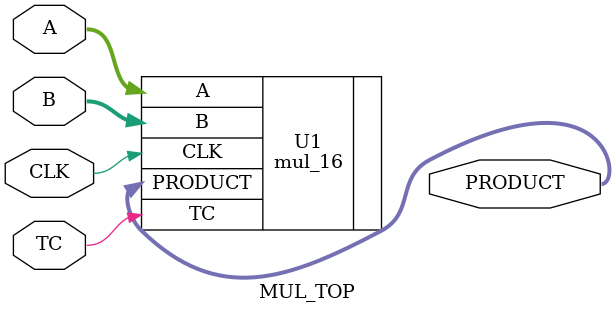
<source format=v>
`timescale 1ns / 1ps


module MUL_TOP( A, B, TC,
CLK, PRODUCT );
//parameter A_width = 16;
//parameter B_width = 16;
input [15 : 0] A;
input [15 : 0] B;
input TC;
input CLK;
output [31 : 0] PRODUCT;

mul_16
U1 ( .A(A), .B(B), .TC(TC),
.CLK(CLK), .PRODUCT(PRODUCT) );
endmodule

</source>
